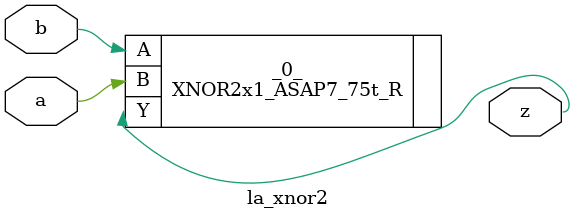
<source format=v>

/* Generated by Yosys 0.44 (git sha1 80ba43d26, g++ 11.4.0-1ubuntu1~22.04 -fPIC -O3) */

(* top =  1  *)
(* src = "inputs/la_xnor2.v:10.1-20.10" *)
module la_xnor2 (
    a,
    b,
    z
);
  (* src = "inputs/la_xnor2.v:13.12-13.13" *)
  input a;
  wire a;
  (* src = "inputs/la_xnor2.v:14.12-14.13" *)
  input b;
  wire b;
  (* src = "inputs/la_xnor2.v:15.12-15.13" *)
  output z;
  wire z;
  XNOR2x1_ASAP7_75t_R _0_ (
      .A(b),
      .B(a),
      .Y(z)
  );
endmodule

</source>
